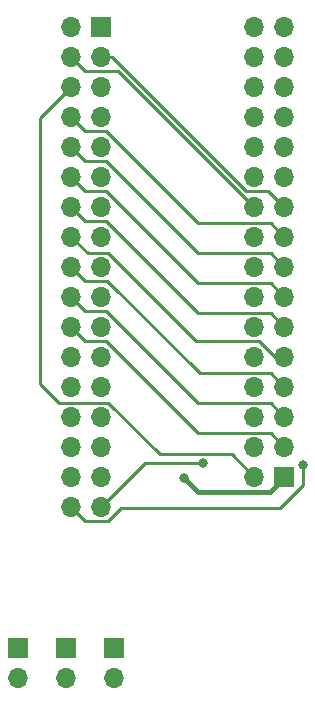
<source format=gbr>
%TF.GenerationSoftware,KiCad,Pcbnew,(5.1.9)-1*%
%TF.CreationDate,2021-05-11T19:40:18+08:00*%
%TF.ProjectId,TFTConv,54465443-6f6e-4762-9e6b-696361645f70,rev?*%
%TF.SameCoordinates,Original*%
%TF.FileFunction,Copper,L2,Bot*%
%TF.FilePolarity,Positive*%
%FSLAX46Y46*%
G04 Gerber Fmt 4.6, Leading zero omitted, Abs format (unit mm)*
G04 Created by KiCad (PCBNEW (5.1.9)-1) date 2021-05-11 19:40:18*
%MOMM*%
%LPD*%
G01*
G04 APERTURE LIST*
%TA.AperFunction,ComponentPad*%
%ADD10O,1.700000X1.700000*%
%TD*%
%TA.AperFunction,ComponentPad*%
%ADD11R,1.700000X1.700000*%
%TD*%
%TA.AperFunction,ViaPad*%
%ADD12C,0.800000*%
%TD*%
%TA.AperFunction,Conductor*%
%ADD13C,0.381000*%
%TD*%
%TA.AperFunction,Conductor*%
%ADD14C,0.250000*%
%TD*%
%ADD15C,0.350000*%
G04 APERTURE END LIST*
D10*
%TO.P,J5,2*%
%TO.N,GND*%
X175700000Y-134240000D03*
D11*
%TO.P,J5,1*%
X175700000Y-131700000D03*
%TD*%
D10*
%TO.P,J4,2*%
%TO.N,+3V3*%
X171600000Y-134240000D03*
D11*
%TO.P,J4,1*%
X171600000Y-131700000D03*
%TD*%
D10*
%TO.P,J3,2*%
%TO.N,+5V*%
X179800000Y-134240000D03*
D11*
%TO.P,J3,1*%
X179800000Y-131700000D03*
%TD*%
D10*
%TO.P,J2,34*%
%TO.N,/T_CS*%
X176160000Y-119740000D03*
%TO.P,J2,33*%
%TO.N,/T_SCK*%
X178700000Y-119740000D03*
%TO.P,J2,32*%
%TO.N,/T_PEN*%
X176160000Y-117200000D03*
%TO.P,J2,31*%
%TO.N,Net-(J2-Pad31)*%
X178700000Y-117200000D03*
%TO.P,J2,30*%
%TO.N,/T_MISO*%
X176160000Y-114660000D03*
%TO.P,J2,29*%
%TO.N,/T_MOSI*%
X178700000Y-114660000D03*
%TO.P,J2,28*%
%TO.N,GND*%
X176160000Y-112120000D03*
%TO.P,J2,27*%
%TO.N,+5V*%
X178700000Y-112120000D03*
%TO.P,J2,26*%
%TO.N,+3V3*%
X176160000Y-109580000D03*
%TO.P,J2,25*%
%TO.N,GND*%
X178700000Y-109580000D03*
%TO.P,J2,24*%
%TO.N,/LCD_BL*%
X176160000Y-107040000D03*
%TO.P,J2,23*%
%TO.N,+3V3*%
X178700000Y-107040000D03*
%TO.P,J2,22*%
%TO.N,/FSMC_D15*%
X176160000Y-104500000D03*
%TO.P,J2,21*%
%TO.N,GND*%
X178700000Y-104500000D03*
%TO.P,J2,20*%
%TO.N,/FSMC_D13*%
X176160000Y-101960000D03*
%TO.P,J2,19*%
%TO.N,/FSMC_D14*%
X178700000Y-101960000D03*
%TO.P,J2,18*%
%TO.N,/FSMC_D11*%
X176160000Y-99420000D03*
%TO.P,J2,17*%
%TO.N,/FSMC_D12*%
X178700000Y-99420000D03*
%TO.P,J2,16*%
%TO.N,/FSMC_D9*%
X176160000Y-96880000D03*
%TO.P,J2,15*%
%TO.N,/FSMC_D10*%
X178700000Y-96880000D03*
%TO.P,J2,14*%
%TO.N,/FSMC_D7*%
X176160000Y-94340000D03*
%TO.P,J2,13*%
%TO.N,/FSMC_D8*%
X178700000Y-94340000D03*
%TO.P,J2,12*%
%TO.N,/FSMC_D5*%
X176160000Y-91800000D03*
%TO.P,J2,11*%
%TO.N,/FSMC_D6*%
X178700000Y-91800000D03*
%TO.P,J2,10*%
%TO.N,/FSMC_D3*%
X176160000Y-89260000D03*
%TO.P,J2,9*%
%TO.N,/FSMC_D4*%
X178700000Y-89260000D03*
%TO.P,J2,8*%
%TO.N,/FSMC_D1*%
X176160000Y-86720000D03*
%TO.P,J2,7*%
%TO.N,/FSMC_D2*%
X178700000Y-86720000D03*
%TO.P,J2,6*%
%TO.N,/RST*%
X176160000Y-84180000D03*
%TO.P,J2,5*%
%TO.N,/FSMC_D0*%
X178700000Y-84180000D03*
%TO.P,J2,4*%
%TO.N,/FSMC_NWE*%
X176160000Y-81640000D03*
%TO.P,J2,3*%
%TO.N,/FSMC_NOE*%
X178700000Y-81640000D03*
%TO.P,J2,2*%
%TO.N,/FSMC_NEx*%
X176160000Y-79100000D03*
D11*
%TO.P,J2,1*%
%TO.N,/FSMC_Ax*%
X178700000Y-79100000D03*
%TD*%
D10*
%TO.P,J1,32*%
%TO.N,GND2*%
X191660000Y-79100000D03*
%TO.P,J1,31*%
%TO.N,+3V3*%
X194200000Y-79100000D03*
%TO.P,J1,30*%
%TO.N,GND2*%
X191660000Y-81640000D03*
%TO.P,J1,29*%
%TO.N,Net-(J1-Pad29)*%
X194200000Y-81640000D03*
%TO.P,J1,28*%
%TO.N,/LCD_BL*%
X191660000Y-84180000D03*
%TO.P,J1,27*%
%TO.N,/T_PEN*%
X194200000Y-84180000D03*
%TO.P,J1,26*%
%TO.N,/T_MISO*%
X191660000Y-86720000D03*
%TO.P,J1,25*%
%TO.N,/T_MOSI*%
X194200000Y-86720000D03*
%TO.P,J1,24*%
%TO.N,/T_CS*%
X191660000Y-89260000D03*
%TO.P,J1,23*%
%TO.N,/T_SCK*%
X194200000Y-89260000D03*
%TO.P,J1,22*%
%TO.N,/FSMC_NEx*%
X191660000Y-91800000D03*
%TO.P,J1,21*%
%TO.N,/FSMC_Ax*%
X194200000Y-91800000D03*
%TO.P,J1,20*%
%TO.N,/FSMC_NWE*%
X191660000Y-94340000D03*
%TO.P,J1,19*%
%TO.N,/FSMC_NOE*%
X194200000Y-94340000D03*
%TO.P,J1,18*%
%TO.N,/FSMC_D0*%
X191660000Y-96880000D03*
%TO.P,J1,17*%
%TO.N,/FSMC_D1*%
X194200000Y-96880000D03*
%TO.P,J1,16*%
%TO.N,/FSMC_D2*%
X191660000Y-99420000D03*
%TO.P,J1,15*%
%TO.N,/FSMC_D3*%
X194200000Y-99420000D03*
%TO.P,J1,14*%
%TO.N,/FSMC_D4*%
X191660000Y-101960000D03*
%TO.P,J1,13*%
%TO.N,/FSMC_D5*%
X194200000Y-101960000D03*
%TO.P,J1,12*%
%TO.N,/FSMC_D6*%
X191660000Y-104500000D03*
%TO.P,J1,11*%
%TO.N,/FSMC_D7*%
X194200000Y-104500000D03*
%TO.P,J1,10*%
%TO.N,/FSMC_D8*%
X191660000Y-107040000D03*
%TO.P,J1,9*%
%TO.N,/FSMC_D9*%
X194200000Y-107040000D03*
%TO.P,J1,8*%
%TO.N,/FSMC_D10*%
X191660000Y-109580000D03*
%TO.P,J1,7*%
%TO.N,/FSMC_D11*%
X194200000Y-109580000D03*
%TO.P,J1,6*%
%TO.N,/FSMC_D12*%
X191660000Y-112120000D03*
%TO.P,J1,5*%
%TO.N,/FSMC_D13*%
X194200000Y-112120000D03*
%TO.P,J1,4*%
%TO.N,/FSMC_D14*%
X191660000Y-114660000D03*
%TO.P,J1,3*%
%TO.N,/FSMC_D15*%
X194200000Y-114660000D03*
%TO.P,J1,2*%
%TO.N,/RST*%
X191660000Y-117200000D03*
D11*
%TO.P,J1,1*%
%TO.N,GND*%
X194200000Y-117200000D03*
%TD*%
D12*
%TO.N,GND*%
X185700000Y-117300000D03*
%TO.N,/T_CS*%
X195800000Y-116200000D03*
%TO.N,/T_SCK*%
X187275001Y-116024999D03*
%TD*%
D13*
%TO.N,GND*%
X192959499Y-118440501D02*
X186840501Y-118440501D01*
X194200000Y-117200000D02*
X192959499Y-118440501D01*
X186840501Y-118440501D02*
X185700000Y-117300000D01*
D14*
%TO.N,/T_CS*%
X177335001Y-120915001D02*
X176160000Y-119740000D01*
X179264001Y-120915001D02*
X177335001Y-120915001D01*
X180329012Y-119849990D02*
X179264001Y-120915001D01*
X193835012Y-119849990D02*
X180329012Y-119849990D01*
X195800000Y-117885002D02*
X193835012Y-119849990D01*
X195800000Y-116200000D02*
X195800000Y-117885002D01*
%TO.N,/T_SCK*%
X182415001Y-116024999D02*
X178700000Y-119740000D01*
X187275001Y-116024999D02*
X182415001Y-116024999D01*
%TO.N,/FSMC_NWE*%
X177335001Y-82815001D02*
X176160000Y-81640000D01*
X180135001Y-82815001D02*
X177335001Y-82815001D01*
X191660000Y-94340000D02*
X180135001Y-82815001D01*
%TO.N,/FSMC_NOE*%
X190931411Y-92975001D02*
X179596410Y-81640000D01*
X179596410Y-81640000D02*
X178700000Y-81640000D01*
X192835001Y-92975001D02*
X190931411Y-92975001D01*
X194200000Y-94340000D02*
X192835001Y-92975001D01*
%TO.N,/FSMC_D1*%
X177335001Y-87895001D02*
X176160000Y-86720000D01*
X179074003Y-87895001D02*
X177335001Y-87895001D01*
X186884001Y-95704999D02*
X179074003Y-87895001D01*
X193024999Y-95704999D02*
X186884001Y-95704999D01*
X194200000Y-96880000D02*
X193024999Y-95704999D01*
%TO.N,/FSMC_D3*%
X177335001Y-90435001D02*
X176160000Y-89260000D01*
X179074003Y-90435001D02*
X177335001Y-90435001D01*
X186884001Y-98244999D02*
X179074003Y-90435001D01*
X193024999Y-98244999D02*
X186884001Y-98244999D01*
X194200000Y-99420000D02*
X193024999Y-98244999D01*
%TO.N,/FSMC_D5*%
X177335001Y-92975001D02*
X176160000Y-91800000D01*
X179074003Y-92975001D02*
X177335001Y-92975001D01*
X186884001Y-100784999D02*
X179074003Y-92975001D01*
X193024999Y-100784999D02*
X186884001Y-100784999D01*
X194200000Y-101960000D02*
X193024999Y-100784999D01*
%TO.N,/FSMC_D7*%
X177335001Y-95515001D02*
X176160000Y-94340000D01*
X179074003Y-95515001D02*
X177335001Y-95515001D01*
X193024999Y-103324999D02*
X186884001Y-103324999D01*
X186884001Y-103324999D02*
X179074003Y-95515001D01*
X194200000Y-104500000D02*
X193024999Y-103324999D01*
%TO.N,/FSMC_D9*%
X177524999Y-98244999D02*
X176160000Y-96880000D01*
X179264001Y-98244999D02*
X177524999Y-98244999D01*
X186719002Y-105700000D02*
X179264001Y-98244999D01*
X192059002Y-105700000D02*
X186719002Y-105700000D01*
X193399002Y-107040000D02*
X192059002Y-105700000D01*
X194200000Y-107040000D02*
X193399002Y-107040000D01*
%TO.N,/FSMC_D11*%
X177335001Y-100595001D02*
X176160000Y-99420000D01*
X179195001Y-100595001D02*
X177335001Y-100595001D01*
X187004999Y-108404999D02*
X179195001Y-100595001D01*
X193024999Y-108404999D02*
X187004999Y-108404999D01*
X194200000Y-109580000D02*
X193024999Y-108404999D01*
%TO.N,/FSMC_D13*%
X177335001Y-103135001D02*
X176160000Y-101960000D01*
X179074003Y-103135001D02*
X177335001Y-103135001D01*
X186884001Y-110944999D02*
X179074003Y-103135001D01*
X193024999Y-110944999D02*
X186884001Y-110944999D01*
X194200000Y-112120000D02*
X193024999Y-110944999D01*
%TO.N,/FSMC_D15*%
X177335001Y-105675001D02*
X176160000Y-104500000D01*
X179074003Y-105675001D02*
X177335001Y-105675001D01*
X186884001Y-113484999D02*
X179074003Y-105675001D01*
X193024999Y-113484999D02*
X186884001Y-113484999D01*
X194200000Y-114660000D02*
X193024999Y-113484999D01*
%TO.N,/RST*%
X173500000Y-109300000D02*
X173500000Y-86840000D01*
X183619000Y-115299998D02*
X179264001Y-110944999D01*
X179264001Y-110944999D02*
X175144999Y-110944999D01*
X189759998Y-115299998D02*
X183619000Y-115299998D01*
X173500000Y-86840000D02*
X176160000Y-84180000D01*
X175144999Y-110944999D02*
X173500000Y-109300000D01*
X191660000Y-117200000D02*
X189759998Y-115299998D01*
%TD*%
D15*
X185700000Y-117300000D03*
X195800000Y-116200000D03*
X187275001Y-116024999D03*
X175700000Y-134240000D03*
X175700000Y-131700000D03*
X171600000Y-134240000D03*
X171600000Y-131700000D03*
X179800000Y-134240000D03*
X179800000Y-131700000D03*
X176160000Y-119740000D03*
X178700000Y-119740000D03*
X176160000Y-117200000D03*
X178700000Y-117200000D03*
X176160000Y-114660000D03*
X178700000Y-114660000D03*
X176160000Y-112120000D03*
X178700000Y-112120000D03*
X176160000Y-109580000D03*
X178700000Y-109580000D03*
X176160000Y-107040000D03*
X178700000Y-107040000D03*
X176160000Y-104500000D03*
X178700000Y-104500000D03*
X176160000Y-101960000D03*
X178700000Y-101960000D03*
X176160000Y-99420000D03*
X178700000Y-99420000D03*
X176160000Y-96880000D03*
X178700000Y-96880000D03*
X176160000Y-94340000D03*
X178700000Y-94340000D03*
X176160000Y-91800000D03*
X178700000Y-91800000D03*
X176160000Y-89260000D03*
X178700000Y-89260000D03*
X176160000Y-86720000D03*
X178700000Y-86720000D03*
X176160000Y-84180000D03*
X178700000Y-84180000D03*
X176160000Y-81640000D03*
X178700000Y-81640000D03*
X176160000Y-79100000D03*
X178700000Y-79100000D03*
X191660000Y-79100000D03*
X194200000Y-79100000D03*
X191660000Y-81640000D03*
X194200000Y-81640000D03*
X191660000Y-84180000D03*
X194200000Y-84180000D03*
X191660000Y-86720000D03*
X194200000Y-86720000D03*
X191660000Y-89260000D03*
X194200000Y-89260000D03*
X191660000Y-91800000D03*
X194200000Y-91800000D03*
X191660000Y-94340000D03*
X194200000Y-94340000D03*
X191660000Y-96880000D03*
X194200000Y-96880000D03*
X191660000Y-99420000D03*
X194200000Y-99420000D03*
X191660000Y-101960000D03*
X194200000Y-101960000D03*
X191660000Y-104500000D03*
X194200000Y-104500000D03*
X191660000Y-107040000D03*
X194200000Y-107040000D03*
X191660000Y-109580000D03*
X194200000Y-109580000D03*
X191660000Y-112120000D03*
X194200000Y-112120000D03*
X191660000Y-114660000D03*
X194200000Y-114660000D03*
X191660000Y-117200000D03*
X194200000Y-117200000D03*
M02*

</source>
